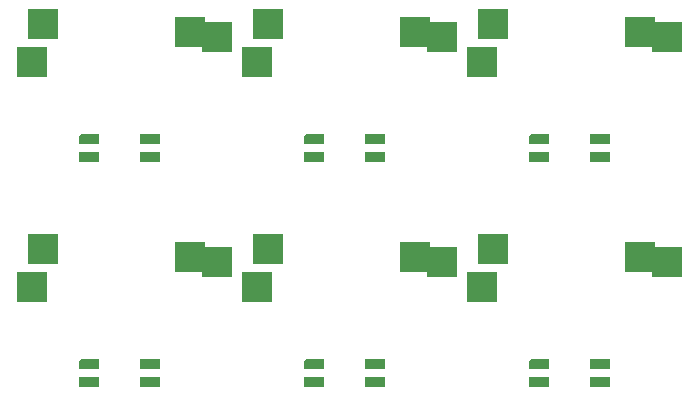
<source format=gbr>
%TF.GenerationSoftware,KiCad,Pcbnew,(6.0.2)*%
%TF.CreationDate,2022-08-22T21:21:30-07:00*%
%TF.ProjectId,minipad,6d696e69-7061-4642-9e6b-696361645f70,rev?*%
%TF.SameCoordinates,Original*%
%TF.FileFunction,Paste,Bot*%
%TF.FilePolarity,Positive*%
%FSLAX46Y46*%
G04 Gerber Fmt 4.6, Leading zero omitted, Abs format (unit mm)*
G04 Created by KiCad (PCBNEW (6.0.2)) date 2022-08-22 21:21:30*
%MOMM*%
%LPD*%
G01*
G04 APERTURE LIST*
G04 Aperture macros list*
%AMOutline5P*
0 Free polygon, 5 corners , with rotation*
0 The origin of the aperture is its center*
0 number of corners: always 5*
0 $1 to $10 corner X, Y*
0 $11 Rotation angle, in degrees counterclockwise*
0 create outline with 5 corners*
4,1,5,$1,$2,$3,$4,$5,$6,$7,$8,$9,$10,$1,$2,$11*%
%AMOutline6P*
0 Free polygon, 6 corners , with rotation*
0 The origin of the aperture is its center*
0 number of corners: always 6*
0 $1 to $12 corner X, Y*
0 $13 Rotation angle, in degrees counterclockwise*
0 create outline with 6 corners*
4,1,6,$1,$2,$3,$4,$5,$6,$7,$8,$9,$10,$11,$12,$1,$2,$13*%
%AMOutline7P*
0 Free polygon, 7 corners , with rotation*
0 The origin of the aperture is its center*
0 number of corners: always 7*
0 $1 to $14 corner X, Y*
0 $15 Rotation angle, in degrees counterclockwise*
0 create outline with 7 corners*
4,1,7,$1,$2,$3,$4,$5,$6,$7,$8,$9,$10,$11,$12,$13,$14,$1,$2,$15*%
%AMOutline8P*
0 Free polygon, 8 corners , with rotation*
0 The origin of the aperture is its center*
0 number of corners: always 8*
0 $1 to $16 corner X, Y*
0 $17 Rotation angle, in degrees counterclockwise*
0 create outline with 8 corners*
4,1,8,$1,$2,$3,$4,$5,$6,$7,$8,$9,$10,$11,$12,$13,$14,$15,$16,$1,$2,$17*%
G04 Aperture macros list end*
%ADD10R,2.550000X2.500000*%
%ADD11R,2.550000X2.550000*%
%ADD12R,1.700000X0.820000*%
%ADD13Outline5P,-0.850000X0.246000X-0.686000X0.410000X0.850000X0.410000X0.850000X-0.410000X-0.850000X-0.410000X0.000000*%
G04 APERTURE END LIST*
D10*
%TO.C,SW4*%
X211993298Y-145534189D03*
D11*
X214253298Y-145914189D03*
X199503298Y-144864189D03*
D10*
X198568298Y-148074189D03*
D12*
X208578298Y-156064189D03*
X203378298Y-156064189D03*
X208578298Y-154564189D03*
D13*
X203378298Y-154564189D03*
%TD*%
D10*
%TO.C,SW3*%
X250093330Y-126484173D03*
D11*
X252353330Y-126864173D03*
X237603330Y-125814173D03*
D10*
X236668330Y-129024173D03*
D12*
X246678330Y-137014173D03*
X241478330Y-137014173D03*
X246678330Y-135514173D03*
D13*
X241478330Y-135514173D03*
%TD*%
D11*
%TO.C,SW2*%
X233303314Y-126864173D03*
D10*
X231043314Y-126484173D03*
X217618314Y-129024173D03*
D11*
X218553314Y-125814173D03*
D12*
X227628314Y-137014173D03*
X222428314Y-137014173D03*
X227628314Y-135514173D03*
D13*
X222428314Y-135514173D03*
%TD*%
D10*
%TO.C,SW6*%
X250093330Y-145534189D03*
D11*
X252353330Y-145914189D03*
D10*
X236668330Y-148074189D03*
D11*
X237603330Y-144864189D03*
D12*
X246678330Y-156064189D03*
X241478330Y-156064189D03*
X246678330Y-154564189D03*
D13*
X241478330Y-154564189D03*
%TD*%
D11*
%TO.C,SW1*%
X214253298Y-126864173D03*
D10*
X211993298Y-126484173D03*
X198568298Y-129024173D03*
D11*
X199503298Y-125814173D03*
D12*
X208578298Y-137014173D03*
X203378298Y-137014173D03*
X208578298Y-135514173D03*
D13*
X203378298Y-135514173D03*
%TD*%
D10*
%TO.C,SW5*%
X231043314Y-145534189D03*
D11*
X233303314Y-145914189D03*
X218553314Y-144864189D03*
D10*
X217618314Y-148074189D03*
D12*
X227628314Y-156064189D03*
X222428314Y-156064189D03*
X227628314Y-154564189D03*
D13*
X222428314Y-154564189D03*
%TD*%
M02*

</source>
